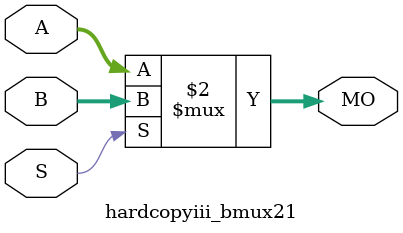
<source format=v>
module hardcopyiii_bmux21 (MO, A, B, S);
   input [15:0] A, B;
   input 	S;
   output [15:0] MO; 
   assign MO = (S == 1) ? B : A; 
endmodule
</source>
